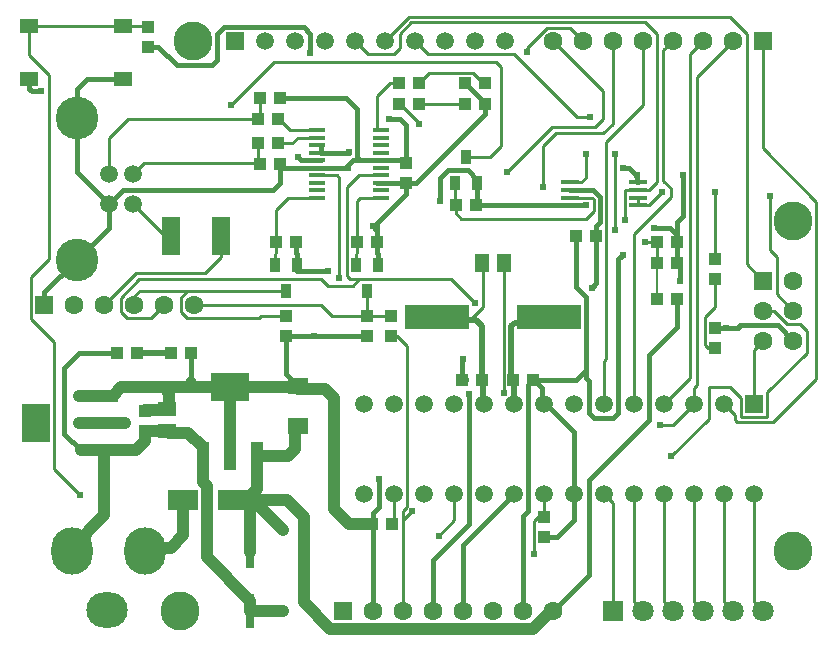
<source format=gtl>
G04*
G04 #@! TF.GenerationSoftware,Altium Limited,Altium Designer,19.0.10 (269)*
G04*
G04 Layer_Physical_Order=1*
G04 Layer_Color=255*
%FSLAX24Y24*%
%MOIN*%
G70*
G01*
G75*
%ADD12C,0.0079*%
%ADD13C,0.0100*%
%ADD18R,0.0394X0.0433*%
%ADD19R,0.0571X0.0177*%
%ADD20R,0.0433X0.0394*%
%ADD21R,0.0512X0.0591*%
%ADD22R,0.0591X0.0177*%
%ADD23R,0.1299X0.0945*%
%ADD24R,0.0394X0.0945*%
%ADD25R,0.2165X0.0787*%
%ADD26R,0.0335X0.0512*%
%ADD27R,0.0709X0.0551*%
%ADD28R,0.0591X0.0512*%
%ADD29R,0.1043X0.0689*%
%ADD30R,0.0295X0.1181*%
%ADD31R,0.0610X0.0512*%
%ADD32R,0.0945X0.0394*%
%ADD33R,0.0945X0.1299*%
%ADD34R,0.0591X0.1260*%
%ADD35C,0.0157*%
%ADD66C,0.0200*%
%ADD67C,0.0150*%
%ADD68C,0.0394*%
%ADD69C,0.0197*%
%ADD70R,0.0709X0.0709*%
%ADD71C,0.0709*%
%ADD72C,0.1423*%
%ADD73C,0.0591*%
%ADD74O,0.1378X0.1575*%
%ADD75O,0.1378X0.1181*%
%ADD76C,0.1299*%
%ADD77R,0.0630X0.0630*%
%ADD78C,0.0630*%
%ADD79R,0.0591X0.0591*%
%ADD80R,0.0591X0.0591*%
%ADD81R,0.0630X0.0630*%
%ADD82C,0.0240*%
G36*
X4074Y15562D02*
D01*
D02*
G37*
D12*
X21465Y11400D02*
X21465Y11400D01*
X21465Y11400D02*
Y12600D01*
D13*
X21460D02*
Y13300D01*
X20080Y13700D02*
Y16244D01*
X20400Y14023D02*
Y15018D01*
X20410Y15028D01*
X20842D01*
X22000Y7200D02*
X22700Y7900D01*
X21580Y7200D02*
X22000D01*
X12700Y3965D02*
Y4900D01*
X12635Y3900D02*
X12700Y3965D01*
X15100Y16124D02*
X15900D01*
X535Y20486D02*
X3665D01*
X2100D02*
X3665D01*
X14726Y14516D02*
Y15267D01*
X4950Y13611D02*
X5273D01*
X12130Y17025D02*
Y18164D01*
X8224Y17459D02*
Y17773D01*
X8165Y15959D02*
Y16600D01*
Y16273D02*
Y16600D01*
X15626Y12564D02*
X15650D01*
X5810Y11664D02*
X9100D01*
X5810D02*
X9100D01*
X15626Y12564D02*
X15650D01*
X12130Y17025D02*
Y18164D01*
X4950Y13611D02*
X5273D01*
X14726Y14516D02*
Y15267D01*
X15100Y16124D02*
X15900D01*
X22575Y8775D02*
Y19575D01*
X22810Y8525D02*
Y18810D01*
X24000Y20000D01*
X22700Y8414D02*
X22810Y8525D01*
X22575Y19575D02*
X23000Y20000D01*
X21700Y7900D02*
X22575Y8775D01*
X5800Y10754D02*
X8190D01*
X5590Y10964D02*
X5800Y10754D01*
X8190D02*
X8270Y10835D01*
X8165Y17400D02*
X8224Y17459D01*
X21460Y12600D02*
X21465D01*
X21460Y13300D02*
X21465D01*
X21076D02*
X21460D01*
X19100Y15444D02*
Y16244D01*
X18940Y15284D02*
X19100Y15444D01*
X18558Y15284D02*
X18940D01*
X13535Y17242D02*
Y17250D01*
X12885Y17900D02*
X13535Y17250D01*
X12865Y17900D02*
X12885D01*
X10880Y12084D02*
Y15444D01*
X10800Y15525D02*
X10880Y15444D01*
X10265Y15525D02*
X10800D01*
X13535Y17900D02*
X13876D01*
X13876Y17900D01*
X15065D01*
X13869Y18934D02*
X15340D01*
X13535Y18600D02*
X13869Y18934D01*
X15675Y18600D02*
X15735D01*
X4477Y20486D02*
X4491Y20471D01*
X3665Y20486D02*
X4477D01*
X14764Y14250D02*
Y14516D01*
Y14250D02*
X14940Y14074D01*
X19100D01*
X19349Y14323D01*
Y14722D01*
X19305Y14766D02*
X19349Y14722D01*
X18916Y14766D02*
X19305D01*
X18910Y14772D02*
X18916Y14766D01*
X18558Y14772D02*
X18910D01*
X14726Y14516D02*
X14764D01*
X4220Y11664D02*
X5810D01*
X11240Y12054D02*
X11540D01*
X13000Y4024D02*
Y4344D01*
Y1000D02*
Y4024D01*
X19991Y1000D02*
Y4609D01*
X19700Y4900D02*
X19991Y4609D01*
X20700Y1291D02*
Y4900D01*
Y1291D02*
X20991Y1000D01*
X21700Y1291D02*
Y4900D01*
Y1291D02*
X21991Y1000D01*
X22700Y1291D02*
Y4900D01*
Y1291D02*
X22991Y1000D01*
X23700Y1291D02*
Y4900D01*
Y1291D02*
X23991Y1000D01*
X24700Y1291D02*
Y4900D01*
Y1291D02*
X24991Y1000D01*
X4596Y10754D02*
X5042Y11200D01*
X3800Y10754D02*
X4596D01*
X3590Y10964D02*
X3800Y10754D01*
X3590Y10964D02*
Y11444D01*
X4200Y12054D01*
X10263D01*
X10482Y11835D01*
X11322D01*
X11540Y12054D01*
X14610D01*
X11521Y15525D02*
X12135D01*
X11120Y15124D02*
X11521Y15525D01*
X11120Y12174D02*
Y15124D01*
Y12174D02*
X11240Y12054D01*
X14610D02*
X15400Y11264D01*
X20000Y17234D02*
Y20000D01*
X19681Y16914D02*
X20000Y17234D01*
X18110Y16914D02*
X19681D01*
X17680Y16484D02*
X18110Y16914D01*
X17680Y15115D02*
Y16484D01*
X18000Y20000D02*
X19670Y18330D01*
Y17404D02*
Y18330D01*
X19390Y17124D02*
X19670Y17404D01*
X17960Y17124D02*
X19390D01*
X16450Y15614D02*
X17960Y17124D01*
X25450Y11550D02*
X26000Y11000D01*
X25450Y11550D02*
Y12794D01*
X25220Y13024D02*
X25450Y12794D01*
X25220Y13024D02*
Y14844D01*
X18802Y17463D02*
X19242D01*
X16691Y19574D02*
X18802Y17463D01*
X13826Y19574D02*
X16691D01*
X13400Y20000D02*
X13826Y19574D01*
X24450Y12550D02*
X25000Y12000D01*
X24450Y12550D02*
Y20244D01*
X23893Y20802D02*
X24450Y20244D01*
X13202Y20802D02*
X23893D01*
X12400Y20000D02*
X13202Y20802D01*
X6042Y11200D02*
X10275D01*
X10640Y10835D01*
X11800D01*
X16374Y8261D02*
Y12600D01*
X20842Y14516D02*
X21182D01*
X21620Y14954D01*
X23400Y12735D02*
Y14954D01*
X1370Y5744D02*
X2240Y4874D01*
X1370Y5744D02*
Y9964D01*
X590Y10744D02*
X1370Y9964D01*
X590Y10744D02*
Y12114D01*
X1190Y12713D01*
Y18875D01*
X535Y19530D02*
X1190Y18875D01*
X535Y19530D02*
Y20486D01*
X13000Y4024D02*
X13290Y4314D01*
X24700Y7900D02*
Y9700D01*
X25000Y10000D01*
X6927Y12804D02*
Y13500D01*
X6384Y12261D02*
X6927Y12804D01*
X4103Y12261D02*
X6384D01*
X3042Y11200D02*
X4103Y12261D01*
X21940Y6154D02*
X23190Y7404D01*
Y8444D01*
X23210Y8464D01*
X23900D01*
X24270Y8094D01*
Y7474D02*
Y8094D01*
Y7474D02*
X25130D01*
Y8284D01*
X26450Y9604D01*
Y10324D01*
X26220Y10554D02*
X26450Y10324D01*
X25806Y10554D02*
X26220D01*
X25360Y11000D02*
X25806Y10554D01*
X25000Y11000D02*
X25360D01*
X14190Y3504D02*
X14700Y4014D01*
Y4900D01*
X17120Y19634D02*
Y19754D01*
X17810Y20444D01*
X18556D01*
X19000Y20000D01*
X21680Y19680D02*
X22000Y20000D01*
X21680Y15344D02*
Y19680D01*
Y15344D02*
X21939Y15085D01*
Y14804D02*
Y15085D01*
X20700Y13565D02*
X21939Y14804D01*
X20700Y7900D02*
Y13565D01*
X11400Y20000D02*
X11826Y19574D01*
X12710D01*
X12900Y19764D01*
Y20244D01*
X13279Y20623D01*
X21072D01*
X21450Y20244D01*
Y15284D02*
Y20244D01*
X21194Y15028D02*
X21450Y15284D01*
X20842Y15028D02*
X21194D01*
X25000Y16425D02*
Y20000D01*
Y16425D02*
X26780Y14644D01*
Y8744D02*
Y14644D01*
X25321Y7284D02*
X26780Y8744D01*
X24137Y7284D02*
X25321D01*
X24057Y7364D02*
X24137Y7284D01*
X24057Y7364D02*
Y7543D01*
X23700Y7900D02*
X24057Y7543D01*
X19700Y7900D02*
Y9314D01*
X19780Y9395D01*
Y16629D01*
X21000Y17849D01*
Y20000D01*
X17501Y4135D02*
X17700D01*
X17370Y4004D02*
X17501Y4135D01*
X17370Y2904D02*
Y4004D01*
X15100Y16124D02*
Y16133D01*
X15900Y16124D02*
X16260Y16484D01*
Y19131D01*
X16104Y19288D02*
X16260Y19131D01*
X8684Y19288D02*
X16104D01*
X7270Y17874D02*
X8684Y19288D01*
X11465Y12934D02*
Y13300D01*
X11426Y12894D02*
X11465Y12934D01*
X11426Y12533D02*
Y12894D01*
X12566Y18600D02*
X12865D01*
X12130Y18164D02*
X12566Y18600D01*
X12130Y17025D02*
X12135D01*
X15626Y12564D02*
Y12600D01*
X15650Y11124D02*
Y12564D01*
X15226Y10700D02*
X15650Y11124D01*
X14230Y10700D02*
X15226D01*
X11580Y14775D02*
X12135D01*
X11465Y14660D02*
X11580Y14775D01*
X11465Y13300D02*
Y14660D01*
X4042Y11200D02*
Y11485D01*
X4220Y11664D01*
X9100D02*
Y11667D01*
X12600Y10165D02*
X12809D01*
X13130Y9844D01*
Y4474D02*
Y9844D01*
X13000Y4344D02*
X13130Y4474D01*
X15340Y18934D02*
X15675Y18600D01*
X14130Y10800D02*
X14230Y10700D01*
X9180Y14775D02*
X10265D01*
X8766Y14361D02*
X9180Y14775D01*
X8766Y13300D02*
Y14361D01*
X5273Y13500D02*
Y13611D01*
X3983Y14578D02*
X4950Y13611D01*
X22700Y7900D02*
Y8414D01*
X23180Y9765D02*
X23400D01*
X23070Y9875D02*
X23180Y9765D01*
X23070Y9875D02*
Y10795D01*
X23400Y11124D01*
Y12065D01*
X5590Y11444D02*
X5810Y11664D01*
X5590Y10964D02*
Y11444D01*
X8270Y10835D02*
X9100D01*
X17700Y4135D02*
Y4900D01*
X11800Y10835D02*
Y11667D01*
X12190Y10835D02*
X12600D01*
X12190Y10835D02*
X12190Y10835D01*
X11800Y10835D02*
X12190D01*
X8224Y17773D02*
Y18100D01*
X8766Y12934D02*
Y13300D01*
X8726Y12894D02*
X8766Y12934D01*
X8726Y12533D02*
Y12894D01*
X20842Y14516D02*
Y14772D01*
X8165Y15959D02*
X8189Y15935D01*
X8854Y17400D02*
X9229Y17025D01*
X8835Y17400D02*
X8854D01*
X9229Y17025D02*
X10265D01*
X8848Y16587D02*
X9300D01*
X8835Y16600D02*
X8848Y16587D01*
X9300D02*
X9488Y16775D01*
X10265D01*
X3200Y15566D02*
Y16757D01*
X3196Y15562D02*
X3200Y15566D01*
Y16757D02*
X3843Y17400D01*
X8165D01*
X4356Y15935D02*
X8189D01*
X3983Y15562D02*
X4356Y15935D01*
D18*
X23400Y9765D02*
D03*
Y10435D02*
D03*
Y12065D02*
D03*
Y12735D02*
D03*
X12600Y10165D02*
D03*
Y10835D02*
D03*
X9100Y10835D02*
D03*
Y10165D02*
D03*
X11800Y10165D02*
D03*
Y10835D02*
D03*
X4400Y6986D02*
D03*
Y7655D02*
D03*
X4491Y20471D02*
D03*
Y19802D02*
D03*
X17700Y3465D02*
D03*
Y4135D02*
D03*
X13090Y15935D02*
D03*
Y15265D02*
D03*
D19*
X10127Y17025D02*
D03*
Y16775D02*
D03*
Y16525D02*
D03*
Y16275D02*
D03*
Y16025D02*
D03*
Y15775D02*
D03*
Y15525D02*
D03*
Y15275D02*
D03*
Y15025D02*
D03*
Y14775D02*
D03*
X12273Y17025D02*
D03*
Y16775D02*
D03*
Y16525D02*
D03*
Y16275D02*
D03*
Y16025D02*
D03*
Y15775D02*
D03*
Y15525D02*
D03*
Y15275D02*
D03*
Y15025D02*
D03*
Y14775D02*
D03*
D20*
X18765Y13500D02*
D03*
X19435D02*
D03*
X15434Y14516D02*
D03*
X14764D02*
D03*
X22135Y13300D02*
D03*
X21465D02*
D03*
Y12600D02*
D03*
X22135D02*
D03*
X21465Y11400D02*
D03*
X22135D02*
D03*
X15065Y18600D02*
D03*
X15735D02*
D03*
Y17900D02*
D03*
X15065D02*
D03*
X13535Y18600D02*
D03*
X12865D02*
D03*
X13535Y17900D02*
D03*
X12865D02*
D03*
X12135Y13300D02*
D03*
X11465D02*
D03*
X8766D02*
D03*
X9436D02*
D03*
X5265Y9600D02*
D03*
X5935D02*
D03*
X3465D02*
D03*
X4135D02*
D03*
X8893Y18100D02*
D03*
X8224D02*
D03*
X8893Y15900D02*
D03*
X8224D02*
D03*
X8165Y17400D02*
D03*
X8835D02*
D03*
X8165Y16600D02*
D03*
X8835D02*
D03*
X12635Y3900D02*
D03*
X11965D02*
D03*
X17335Y8700D02*
D03*
X16665D02*
D03*
X14965Y8700D02*
D03*
X15635D02*
D03*
D21*
X15626Y12600D02*
D03*
X16374D02*
D03*
D22*
X20842Y14516D02*
D03*
Y14772D02*
D03*
Y15028D02*
D03*
Y15284D02*
D03*
X18558Y14516D02*
D03*
Y14772D02*
D03*
Y15028D02*
D03*
Y15284D02*
D03*
D23*
X7230Y8462D02*
D03*
D24*
X8136Y6179D02*
D03*
X7230D02*
D03*
X6325D02*
D03*
D25*
X14130Y10800D02*
D03*
X17870D02*
D03*
D26*
X11800Y11667D02*
D03*
X11426Y12533D02*
D03*
X12174D02*
D03*
X9100Y11667D02*
D03*
X8726Y12533D02*
D03*
X9474D02*
D03*
X14726Y15267D02*
D03*
X15474D02*
D03*
X15100Y16133D02*
D03*
D27*
X9500Y7148D02*
D03*
Y8487D02*
D03*
D28*
X5124Y7745D02*
D03*
Y6997D02*
D03*
D29*
X5654Y4700D02*
D03*
X7346D02*
D03*
D30*
X7900Y3000D02*
D03*
Y1000D02*
D03*
D31*
X3665Y18714D02*
D03*
X535D02*
D03*
Y20486D02*
D03*
X3665D02*
D03*
D32*
X3044Y6356D02*
D03*
Y7262D02*
D03*
Y8167D02*
D03*
D33*
X760Y7262D02*
D03*
D34*
X6927Y13500D02*
D03*
X5273D02*
D03*
D35*
X22130Y12600D02*
Y13300D01*
X13015Y16025D02*
X13090D01*
X20793Y15507D02*
X20800Y15500D01*
X20738Y15562D02*
X20793Y15507D01*
X17700Y7953D02*
X18700Y6953D01*
X11580Y16025D02*
X13015D01*
X11070Y15775D02*
X11320Y16025D01*
X9018Y15775D02*
X11070D01*
X22135Y13524D02*
Y13974D01*
X23780Y10435D02*
X24151D01*
X23400D02*
X23780D01*
X20329Y15775D02*
X20525D01*
X20738Y15562D01*
X12135Y15275D02*
X13081D01*
X12135Y13670D02*
Y13814D01*
Y13938D01*
X10265Y16275D02*
Y16525D01*
Y16275D02*
X11200D01*
X9474Y12334D02*
X10490D01*
X13090Y14894D02*
Y15265D01*
X12135Y13938D02*
X13090Y14894D01*
X21190Y7354D02*
Y9525D01*
X22135Y10469D01*
Y11400D01*
X22135Y12600D02*
X22215Y12520D01*
Y12000D02*
Y12520D01*
X22135Y13300D02*
Y13524D01*
X12000Y1000D02*
Y4273D01*
X5900Y8462D02*
X5935Y8497D01*
Y9600D01*
X9100Y8887D02*
X9500Y8487D01*
X9100Y8887D02*
Y10165D01*
X17354Y8700D02*
X18780D01*
X17335D02*
X17354D01*
X17623Y7977D02*
X17700Y7900D01*
X17623Y7977D02*
Y8432D01*
X17354Y8700D02*
X17623Y8432D01*
X11480Y16125D02*
Y17720D01*
Y16125D02*
X11580Y16025D01*
X11100Y18100D02*
X11480Y17720D01*
X14975Y9390D02*
X14985Y9400D01*
X14975Y8710D02*
Y9390D01*
X14965Y8700D02*
X14975Y8710D01*
X20810Y15284D02*
X20842D01*
X19110Y9030D02*
Y11464D01*
Y8754D02*
Y9030D01*
X11070Y15775D02*
X11175D01*
X18780Y8700D02*
X19110Y9030D01*
X21885Y13774D02*
X22135Y13524D01*
X21360Y13774D02*
X21885D01*
X20160Y12714D02*
X20320Y12874D01*
X20160Y7604D02*
Y12714D01*
X20000Y7444D02*
X20160Y7604D01*
X19360Y7444D02*
X20000D01*
X19200Y7604D02*
X19360Y7444D01*
X19200Y7604D02*
Y8664D01*
X19110Y8754D02*
X19200Y8664D01*
X18765Y11809D02*
X19110Y11464D01*
X18765Y11809D02*
Y13500D01*
X12200Y4474D02*
Y5400D01*
X12000Y4273D02*
X12200Y4474D01*
X15474Y14556D02*
Y15267D01*
X15434Y14516D02*
X15474Y14556D01*
X10030Y10165D02*
Y10165D01*
X9100D02*
X10030D01*
X1705Y9105D02*
X2200Y9600D01*
X1705Y6907D02*
X2256Y6356D01*
X2200Y9600D02*
X3465D01*
X1705Y6907D02*
Y9105D01*
X9474Y12533D02*
Y12894D01*
X22320Y14160D02*
Y15524D01*
X22135Y13974D02*
X22320Y14160D01*
X22130Y13300D02*
X22135D01*
X22130Y12600D02*
X22135D01*
X9485Y16125D02*
X9585Y16025D01*
X10265D01*
X8893Y15900D02*
X9018Y15775D01*
X15474Y15267D02*
Y15356D01*
X14230Y14665D02*
Y15417D01*
X14493Y15680D02*
X15149D01*
X15474Y15356D01*
X14230Y15417D02*
X14493Y15680D01*
X16760Y14516D02*
X18558D01*
X16760Y14516D02*
X16760Y14516D01*
X15434Y14516D02*
X16760D01*
X12135Y13300D02*
Y13670D01*
X11320Y16025D02*
X11580D01*
X14000Y1000D02*
Y2690D01*
X15190Y3880D01*
Y8244D01*
X19290Y11774D02*
X19435Y11918D01*
Y13500D01*
X9474Y12334D02*
Y12533D01*
X11990Y13814D02*
X12135Y13670D01*
X15735Y17578D02*
Y17900D01*
X13422Y15265D02*
X15735Y17578D01*
X13090Y15265D02*
X13422D01*
X9900Y19584D02*
Y20244D01*
X9690Y20454D02*
X9900Y20244D01*
X7020Y20454D02*
X9690D01*
X6810Y20244D02*
X7020Y20454D01*
X6810Y19374D02*
Y20244D01*
X6620Y19184D02*
X6810Y19374D01*
X5450Y19184D02*
X6620D01*
X4833Y19802D02*
X5450Y19184D01*
X4491Y19802D02*
X4833D01*
X10030Y10165D02*
X11800D01*
X19200Y5364D02*
X21190Y7354D01*
X19200Y2200D02*
Y5364D01*
X18000Y1000D02*
X19200Y2200D01*
X2129Y15645D02*
Y17440D01*
Y15645D02*
X3196Y14578D01*
X18700Y4900D02*
Y6953D01*
X8893Y18100D02*
X11100D01*
X24151Y10435D02*
X24230Y10514D01*
X25486D01*
X26000Y10000D01*
X535Y18400D02*
Y18714D01*
Y18400D02*
X620Y18314D01*
X940D01*
X18558Y15028D02*
X19337D01*
X19560Y14804D01*
Y13960D02*
Y14804D01*
X19435Y13834D02*
X19560Y13960D01*
X19435Y13500D02*
Y13834D01*
X13090Y15935D02*
Y16025D01*
X3196Y14578D02*
X3652Y15034D01*
X8653D01*
X8893Y15274D01*
Y15900D01*
X2460Y18714D02*
X3665D01*
X2129Y18383D02*
X2460Y18714D01*
X2129Y17440D02*
Y18383D01*
X1042Y11200D02*
Y11613D01*
X2129Y12700D01*
X18700Y4025D02*
Y4900D01*
X18140Y3465D02*
X18700Y4025D01*
X17700Y3465D02*
X18140D01*
X2129Y12700D02*
X3196Y13767D01*
Y14578D01*
X15000Y1000D02*
Y3200D01*
X16700Y4900D01*
X17000Y1000D02*
Y4164D01*
X17160Y4325D01*
Y8545D01*
X17315Y8700D01*
X15065Y18583D02*
Y18600D01*
Y18583D02*
X15735Y17914D01*
Y17900D02*
Y17914D01*
X9436Y12933D02*
Y13300D01*
Y12933D02*
X9474Y12894D01*
X12135Y12934D02*
Y13300D01*
Y12934D02*
X12174Y12894D01*
Y12533D02*
Y12894D01*
X19100Y14516D02*
X19100Y14516D01*
X18558Y14516D02*
X19100D01*
X18558Y14516D02*
X18558Y14516D01*
X20800Y15294D02*
Y15500D01*
Y15294D02*
X20810Y15284D01*
X13090Y16100D02*
Y17210D01*
X13015Y16025D02*
X13090Y16100D01*
X13081Y15275D02*
X13090Y15265D01*
X12900Y17400D02*
X13090Y17210D01*
X12531Y17400D02*
X12900D01*
D66*
X5505Y8434D02*
G03*
X5273Y8134I34J-266D01*
G01*
X5100Y8100D02*
G03*
X4868Y8400I-266J34D01*
G01*
D67*
X5935Y8800D02*
G03*
X6302Y8565I301J67D01*
G01*
X5567D02*
G03*
X5935Y8800I67J301D01*
G01*
D68*
X4400Y6991D02*
X5119D01*
X4105Y6356D02*
X4400Y6651D01*
Y6986D01*
X3044Y6356D02*
X4105D01*
X5124Y6997D02*
X5183Y6937D01*
X4400Y6986D02*
Y6991D01*
X4411Y7685D02*
X5065D01*
X4400Y7655D02*
Y7675D01*
X4411Y7685D01*
X5065D02*
X5124Y7745D01*
X4394Y3098D02*
X5253D01*
X5476Y4700D02*
X5678Y4498D01*
X3614Y8462D02*
X7230D01*
X7243Y8474D02*
X9488D01*
X9343Y8565D02*
X9500Y8408D01*
X5915Y9580D02*
Y9600D01*
X9500Y8408D02*
X10392D01*
X7900Y4700D02*
Y4842D01*
Y3000D02*
Y4700D01*
X5476D02*
X5678Y4498D01*
X4394Y3098D02*
X5253D01*
X3319Y8167D02*
X3614Y8462D01*
X5183Y7804D02*
Y8300D01*
X8000Y4700D02*
X9121D01*
X7900D02*
X8000D01*
X9000Y3700D01*
X2256Y6356D02*
X3044D01*
X5915Y9600D02*
X5935D01*
X3044Y8167D02*
X3319D01*
X6325Y5285D02*
Y6179D01*
Y5285D02*
X6451Y5159D01*
Y2794D02*
Y5159D01*
Y2794D02*
X7900Y1344D01*
Y1000D02*
Y1344D01*
X7230Y6179D02*
Y8462D01*
X9488Y8474D02*
X9500Y8487D01*
X7230Y8462D02*
X7243Y8474D01*
X14965Y8700D02*
X14985D01*
X9121Y4700D02*
X9700Y4121D01*
Y1280D02*
Y4121D01*
Y1280D02*
X10571Y409D01*
X17346D01*
X17936Y1000D01*
X18000D01*
X3044Y7262D02*
X3746D01*
X17700Y7900D02*
Y7953D01*
X17315Y8700D02*
X17335D01*
X10392Y8408D02*
X10700Y8100D01*
Y4400D02*
Y8100D01*
Y4400D02*
X11200Y3900D01*
X11965D01*
X11800Y10165D02*
Y10165D01*
X2200Y8167D02*
X3044D01*
X5124Y7745D02*
X5183Y7804D01*
X2200Y7262D02*
X3044D01*
X9000Y1000D02*
X9000Y1000D01*
X7900Y1000D02*
X9000D01*
X7900Y2949D02*
Y3000D01*
X8136Y6179D02*
X9169D01*
X9400Y6409D01*
Y7069D01*
X9479Y7148D01*
X9500D01*
X7900Y4842D02*
X8136Y5078D01*
Y6179D01*
X5119Y6991D02*
X5124Y6997D01*
X5183Y6937D02*
X5842D01*
X6325Y6454D01*
Y6179D02*
Y6454D01*
X5678Y3524D02*
Y4498D01*
X5253Y3098D02*
X5678Y3524D01*
X5476Y4700D02*
X5654D01*
X4394Y3000D02*
Y3098D01*
Y3000D02*
X4562D01*
X3044Y4189D02*
Y6356D01*
X1953Y3098D02*
X3044Y4189D01*
X1953Y3000D02*
Y3098D01*
D69*
X14230Y10700D02*
X15435D01*
X4135Y9600D02*
X5265D01*
X3983Y15562D02*
X4074D01*
X15435Y10700D02*
X15635Y10500D01*
Y8700D02*
Y10500D01*
X16665Y8700D02*
X16683Y8683D01*
X16600Y8765D02*
X16665Y8700D01*
X16683Y7917D02*
Y8683D01*
Y7917D02*
X16700Y7900D01*
X17670Y10600D02*
X17870Y10800D01*
X16600Y10485D02*
X16715Y10600D01*
X16600Y8765D02*
Y10485D01*
X16715Y10600D02*
X17670D01*
X15667Y7933D02*
X15700Y7900D01*
X15667Y7933D02*
Y8667D01*
X15635Y8700D02*
X15667Y8667D01*
D70*
X19991Y1000D02*
D03*
D71*
X20991D02*
D03*
X21991D02*
D03*
X22991D02*
D03*
X23991D02*
D03*
X24991D02*
D03*
D72*
X2129Y12700D02*
D03*
Y17440D02*
D03*
D73*
X3196Y14578D02*
D03*
Y15562D02*
D03*
X3983D02*
D03*
Y14578D02*
D03*
X8400Y20000D02*
D03*
X10400D02*
D03*
X11400D02*
D03*
X12400D02*
D03*
X13400D02*
D03*
X14400D02*
D03*
X15400D02*
D03*
X16400D02*
D03*
X9400D02*
D03*
X11700Y4900D02*
D03*
X12700D02*
D03*
X13700D02*
D03*
X14700D02*
D03*
X15700D02*
D03*
X16700D02*
D03*
X17700D02*
D03*
X18700D02*
D03*
X19700D02*
D03*
X20700D02*
D03*
X21700D02*
D03*
X22700D02*
D03*
X23700D02*
D03*
X24700D02*
D03*
X11700Y7900D02*
D03*
X12700D02*
D03*
X13700D02*
D03*
X14700D02*
D03*
X15700D02*
D03*
X16700D02*
D03*
X17700D02*
D03*
X18700D02*
D03*
X19700D02*
D03*
X20700D02*
D03*
X21700D02*
D03*
X22700D02*
D03*
X23700D02*
D03*
D74*
X4394Y3000D02*
D03*
X1953D02*
D03*
D75*
X3134Y1031D02*
D03*
D76*
X26000Y14000D02*
D03*
X6000Y20000D02*
D03*
X5549Y1000D02*
D03*
X26000Y3000D02*
D03*
D77*
X25000Y20000D02*
D03*
X1042Y11200D02*
D03*
X11000Y1000D02*
D03*
D78*
X24000Y20000D02*
D03*
X23000D02*
D03*
X22000D02*
D03*
X21000D02*
D03*
X20000D02*
D03*
X19000D02*
D03*
X18000D02*
D03*
X6042Y11200D02*
D03*
X5042D02*
D03*
X4042D02*
D03*
X3042D02*
D03*
X2042D02*
D03*
X26000Y12000D02*
D03*
X25000Y11000D02*
D03*
X26000D02*
D03*
X25000Y10000D02*
D03*
X26000D02*
D03*
X18000Y1000D02*
D03*
X17000D02*
D03*
X16000D02*
D03*
X15000D02*
D03*
X14000D02*
D03*
X13000D02*
D03*
X12000D02*
D03*
D79*
X7400Y20000D02*
D03*
D80*
X24700Y7900D02*
D03*
D81*
X25000Y12000D02*
D03*
D82*
X20329Y15775D02*
D03*
X20080Y13700D02*
D03*
X20400Y14023D02*
D03*
X21580Y7200D02*
D03*
X22215Y12000D02*
D03*
X9000Y3700D02*
D03*
X11200Y16300D02*
D03*
X21360Y13774D02*
D03*
X20320Y12874D02*
D03*
X12200Y5400D02*
D03*
X2256Y6356D02*
D03*
X23780Y10435D02*
D03*
X21076Y13300D02*
D03*
X20080Y16244D02*
D03*
X19100D02*
D03*
X20810Y15524D02*
D03*
X22320D02*
D03*
X9485Y16125D02*
D03*
X13535Y17242D02*
D03*
X10880Y12084D02*
D03*
X14230Y14665D02*
D03*
X15190Y8244D02*
D03*
X19290Y11774D02*
D03*
X10490Y12334D02*
D03*
X11990Y13814D02*
D03*
X9900Y19584D02*
D03*
X10030Y10165D02*
D03*
X15400Y11264D02*
D03*
X17680Y15115D02*
D03*
X16450Y15614D02*
D03*
X25220Y14844D02*
D03*
X19242Y17463D02*
D03*
X16374Y8261D02*
D03*
X21620Y14954D02*
D03*
X23400D02*
D03*
X2240Y4874D02*
D03*
X13290Y4314D02*
D03*
X21940Y6154D02*
D03*
X14190Y3504D02*
D03*
X17120Y19634D02*
D03*
X17370Y2904D02*
D03*
X7270Y17874D02*
D03*
X940Y18314D02*
D03*
X19100Y14516D02*
D03*
X11175Y15775D02*
D03*
X12531Y17400D02*
D03*
X14985Y9400D02*
D03*
X3800Y7274D02*
D03*
X2200Y8167D02*
D03*
Y7262D02*
D03*
X9000Y1000D02*
D03*
M02*

</source>
